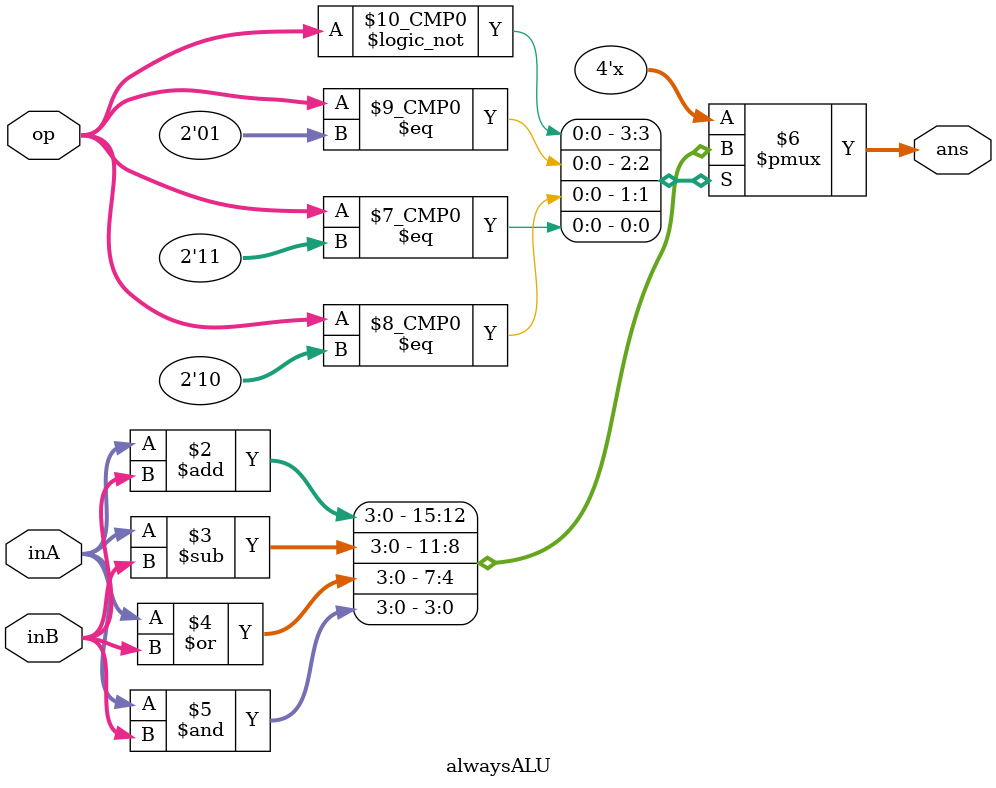
<source format=v>
`timescale 1ns / 1ps
module alwaysALU(
    input [3:0] inA,
    input [3:0] inB,
    input [1:0] op,
    output reg [3:0] ans
    );

always@(*)
begin
	case (op)
		2'b00 :  begin
						ans <= inA + inB;
				   end
      2'b01 :  begin
						ans <= inA - inB;
				   end
      2'b10 :  begin
						ans <= inA | inB;
				   end
      2'b11 :  begin
						ans <= inA & inB;
				   end
      default: begin
                  ans <= 4'b000;
               end
   endcase
end

endmodule

</source>
